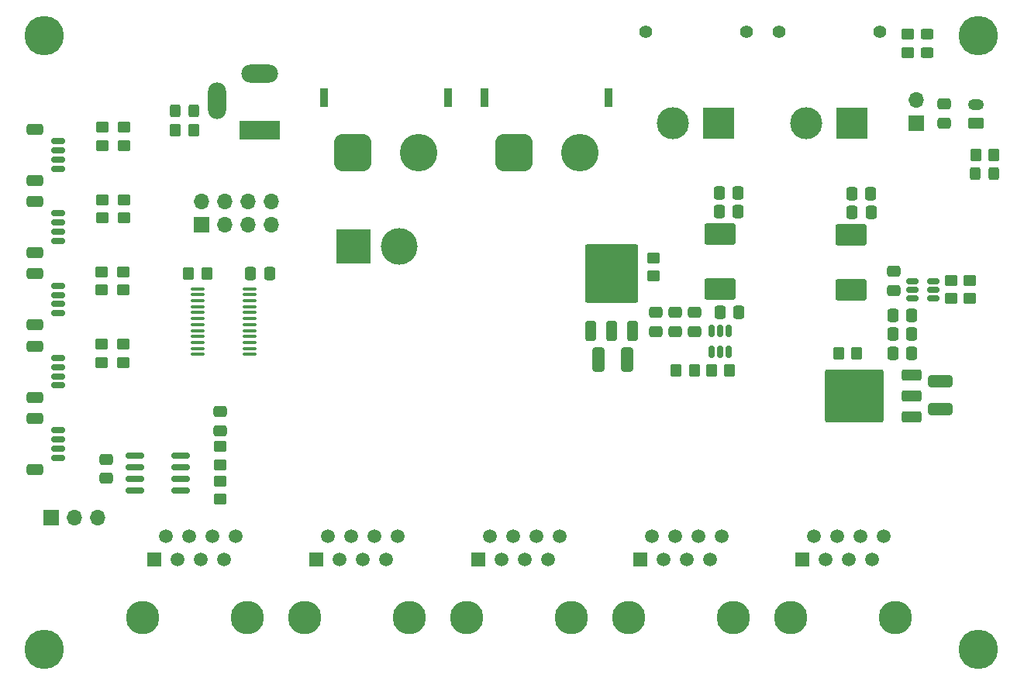
<source format=gts>
%TF.GenerationSoftware,KiCad,Pcbnew,8.0.5*%
%TF.CreationDate,2024-10-13T14:48:05-04:00*%
%TF.ProjectId,mainBoard,6d61696e-426f-4617-9264-2e6b69636164,rev?*%
%TF.SameCoordinates,Original*%
%TF.FileFunction,Soldermask,Top*%
%TF.FilePolarity,Negative*%
%FSLAX46Y46*%
G04 Gerber Fmt 4.6, Leading zero omitted, Abs format (unit mm)*
G04 Created by KiCad (PCBNEW 8.0.5) date 2024-10-13 14:48:05*
%MOMM*%
%LPD*%
G01*
G04 APERTURE LIST*
G04 Aperture macros list*
%AMRoundRect*
0 Rectangle with rounded corners*
0 $1 Rounding radius*
0 $2 $3 $4 $5 $6 $7 $8 $9 X,Y pos of 4 corners*
0 Add a 4 corners polygon primitive as box body*
4,1,4,$2,$3,$4,$5,$6,$7,$8,$9,$2,$3,0*
0 Add four circle primitives for the rounded corners*
1,1,$1+$1,$2,$3*
1,1,$1+$1,$4,$5*
1,1,$1+$1,$6,$7*
1,1,$1+$1,$8,$9*
0 Add four rect primitives between the rounded corners*
20,1,$1+$1,$2,$3,$4,$5,0*
20,1,$1+$1,$4,$5,$6,$7,0*
20,1,$1+$1,$6,$7,$8,$9,0*
20,1,$1+$1,$8,$9,$2,$3,0*%
G04 Aperture macros list end*
%ADD10C,4.300000*%
%ADD11R,4.500000X2.000000*%
%ADD12O,4.000000X2.000000*%
%ADD13O,2.000000X4.000000*%
%ADD14RoundRect,0.250000X0.625000X-0.350000X0.625000X0.350000X-0.625000X0.350000X-0.625000X-0.350000X0*%
%ADD15O,1.750000X1.200000*%
%ADD16R,0.900000X2.000000*%
%ADD17RoundRect,1.025000X-1.025000X-1.025000X1.025000X-1.025000X1.025000X1.025000X-1.025000X1.025000X0*%
%ADD18C,4.100000*%
%ADD19RoundRect,0.150000X0.625000X-0.150000X0.625000X0.150000X-0.625000X0.150000X-0.625000X-0.150000X0*%
%ADD20RoundRect,0.250000X0.650000X-0.350000X0.650000X0.350000X-0.650000X0.350000X-0.650000X-0.350000X0*%
%ADD21RoundRect,0.250000X-0.337500X-0.475000X0.337500X-0.475000X0.337500X0.475000X-0.337500X0.475000X0*%
%ADD22RoundRect,0.250000X0.337500X0.475000X-0.337500X0.475000X-0.337500X-0.475000X0.337500X-0.475000X0*%
%ADD23RoundRect,0.250000X0.475000X-0.337500X0.475000X0.337500X-0.475000X0.337500X-0.475000X-0.337500X0*%
%ADD24C,1.400000*%
%ADD25R,3.500000X3.500000*%
%ADD26C,3.500000*%
%ADD27RoundRect,0.250000X-0.450000X0.350000X-0.450000X-0.350000X0.450000X-0.350000X0.450000X0.350000X0*%
%ADD28RoundRect,0.250000X-0.350000X-0.450000X0.350000X-0.450000X0.350000X0.450000X-0.350000X0.450000X0*%
%ADD29RoundRect,0.250000X0.850000X0.350000X-0.850000X0.350000X-0.850000X-0.350000X0.850000X-0.350000X0*%
%ADD30RoundRect,0.249997X2.950003X2.650003X-2.950003X2.650003X-2.950003X-2.650003X2.950003X-2.650003X0*%
%ADD31RoundRect,0.250000X0.450000X-0.350000X0.450000X0.350000X-0.450000X0.350000X-0.450000X-0.350000X0*%
%ADD32RoundRect,0.250000X0.350000X-0.850000X0.350000X0.850000X-0.350000X0.850000X-0.350000X-0.850000X0*%
%ADD33RoundRect,0.249997X2.650003X-2.950003X2.650003X2.950003X-2.650003X2.950003X-2.650003X-2.950003X0*%
%ADD34C,3.650000*%
%ADD35R,1.500000X1.500000*%
%ADD36C,1.500000*%
%ADD37RoundRect,0.150000X-0.512500X-0.150000X0.512500X-0.150000X0.512500X0.150000X-0.512500X0.150000X0*%
%ADD38R,1.700000X1.700000*%
%ADD39O,1.700000X1.700000*%
%ADD40RoundRect,0.150000X-0.150000X0.512500X-0.150000X-0.512500X0.150000X-0.512500X0.150000X0.512500X0*%
%ADD41RoundRect,0.235000X1.465000X-0.940000X1.465000X0.940000X-1.465000X0.940000X-1.465000X-0.940000X0*%
%ADD42RoundRect,0.250000X0.325000X0.450000X-0.325000X0.450000X-0.325000X-0.450000X0.325000X-0.450000X0*%
%ADD43R,3.800000X3.800000*%
%ADD44C,4.000000*%
%ADD45RoundRect,0.250000X-0.475000X0.337500X-0.475000X-0.337500X0.475000X-0.337500X0.475000X0.337500X0*%
%ADD46RoundRect,0.250000X-1.075000X0.400000X-1.075000X-0.400000X1.075000X-0.400000X1.075000X0.400000X0*%
%ADD47RoundRect,0.250000X0.400000X1.075000X-0.400000X1.075000X-0.400000X-1.075000X0.400000X-1.075000X0*%
%ADD48RoundRect,0.150000X-0.825000X-0.150000X0.825000X-0.150000X0.825000X0.150000X-0.825000X0.150000X0*%
%ADD49RoundRect,0.250000X0.450000X-0.325000X0.450000X0.325000X-0.450000X0.325000X-0.450000X-0.325000X0*%
%ADD50RoundRect,0.250000X0.350000X0.450000X-0.350000X0.450000X-0.350000X-0.450000X0.350000X-0.450000X0*%
%ADD51RoundRect,0.100000X-0.637500X-0.100000X0.637500X-0.100000X0.637500X0.100000X-0.637500X0.100000X0*%
%ADD52RoundRect,0.250000X-0.325000X-0.450000X0.325000X-0.450000X0.325000X0.450000X-0.325000X0.450000X0*%
G04 APERTURE END LIST*
D10*
%TO.C,H4*%
X121500000Y-90800000D03*
%TD*%
D11*
%TO.C,J5*%
X43075000Y-34095000D03*
D12*
X43075000Y-27895000D03*
D13*
X38375000Y-30895000D03*
%TD*%
D14*
%TO.C,J21*%
X121246571Y-33355001D03*
D15*
X121246571Y-31355001D03*
%TD*%
D16*
%TO.C,J2*%
X67645000Y-30575000D03*
X81145000Y-30575000D03*
D17*
X70795000Y-36575000D03*
D18*
X77995000Y-36575000D03*
%TD*%
D19*
%TO.C,J16*%
X21050000Y-38305000D03*
X21050000Y-37305000D03*
X21050000Y-36305000D03*
X21050000Y-35305000D03*
D20*
X18525000Y-39605000D03*
X18525000Y-34005000D03*
%TD*%
D21*
%TO.C,C5*%
X107727500Y-41015000D03*
X109802500Y-41015000D03*
%TD*%
D22*
%TO.C,C3*%
X114289071Y-58490001D03*
X112214071Y-58490001D03*
%TD*%
D21*
%TO.C,C6*%
X107737500Y-43075000D03*
X109812500Y-43075000D03*
%TD*%
D23*
%TO.C,C8*%
X88431094Y-56090930D03*
X88431094Y-54015930D03*
%TD*%
D24*
%TO.C,J4*%
X85195000Y-23375000D03*
X96195000Y-23375000D03*
D25*
X93195000Y-33375000D03*
D26*
X88195000Y-33375000D03*
%TD*%
D27*
%TO.C,R10*%
X86050477Y-48063429D03*
X86050477Y-50063429D03*
%TD*%
D10*
%TO.C,H3*%
X19500000Y-90800000D03*
%TD*%
D28*
%TO.C,R6*%
X92391094Y-60353430D03*
X94391094Y-60353430D03*
%TD*%
D24*
%TO.C,J3*%
X99745000Y-23375000D03*
X110745000Y-23375000D03*
D25*
X107745000Y-33375000D03*
D26*
X102745000Y-33375000D03*
%TD*%
D21*
%TO.C,C12*%
X93252978Y-42975000D03*
X95327978Y-42975000D03*
%TD*%
D29*
%TO.C,Q1*%
X114276572Y-65408430D03*
X114276572Y-63128430D03*
D30*
X107976572Y-63128430D03*
D29*
X114276572Y-60848430D03*
%TD*%
D10*
%TO.C,H1*%
X19500000Y-23800000D03*
%TD*%
D31*
%TO.C,R3*%
X38725000Y-70675000D03*
X38725000Y-68675000D03*
%TD*%
D22*
%TO.C,C2*%
X114289071Y-56400001D03*
X112214071Y-56400001D03*
%TD*%
D32*
%TO.C,Q2*%
X79241095Y-56065001D03*
X81521095Y-56065001D03*
D33*
X81521095Y-49765001D03*
D32*
X83801095Y-56065001D03*
%TD*%
D34*
%TO.C,J11*%
X101030000Y-87345000D03*
X112460000Y-87345000D03*
D35*
X102300000Y-80995000D03*
D36*
X103570000Y-78455000D03*
X104840000Y-80995000D03*
X106110000Y-78455000D03*
X107380000Y-80995000D03*
X108650000Y-78455000D03*
X109920000Y-80995000D03*
X111190000Y-78455000D03*
%TD*%
D37*
%TO.C,U1*%
X114339071Y-50600001D03*
X114339071Y-51550001D03*
X114339071Y-52500001D03*
X116614071Y-52500001D03*
X116614071Y-51550001D03*
X116614071Y-50600001D03*
%TD*%
D23*
%TO.C,C16*%
X38725000Y-66932500D03*
X38725000Y-64857500D03*
%TD*%
D38*
%TO.C,J22*%
X114775000Y-33375000D03*
D39*
X114775000Y-30835000D03*
%TD*%
D34*
%TO.C,J7*%
X30290000Y-87345000D03*
X41720000Y-87345000D03*
D35*
X31560000Y-80995000D03*
D36*
X32830000Y-78455000D03*
X34100000Y-80995000D03*
X35370000Y-78455000D03*
X36640000Y-80995000D03*
X37910000Y-78455000D03*
X39180000Y-80995000D03*
X40450000Y-78455000D03*
%TD*%
D27*
%TO.C,R19*%
X25795000Y-49595000D03*
X25795000Y-51595000D03*
%TD*%
D22*
%TO.C,C1*%
X114289071Y-54310001D03*
X112214071Y-54310001D03*
%TD*%
D27*
%TO.C,R2*%
X120576571Y-50495001D03*
X120576571Y-52495001D03*
%TD*%
%TO.C,R17*%
X25895000Y-41695000D03*
X25895000Y-43695000D03*
%TD*%
D40*
%TO.C,U2*%
X94291094Y-56065930D03*
X93341094Y-56065930D03*
X92391094Y-56065930D03*
X92391094Y-58340930D03*
X93341094Y-58340930D03*
X94291094Y-58340930D03*
%TD*%
D41*
%TO.C,L2*%
X93311094Y-51508430D03*
X93311094Y-45458430D03*
%TD*%
D38*
%TO.C,J23*%
X36725000Y-44475000D03*
D39*
X36725000Y-41935000D03*
X39265000Y-44475000D03*
X39265000Y-41935000D03*
X41805000Y-44475000D03*
X41805000Y-41935000D03*
X44345000Y-44475000D03*
X44345000Y-41935000D03*
%TD*%
D27*
%TO.C,R20*%
X28125000Y-49595000D03*
X28125000Y-51595000D03*
%TD*%
D42*
%TO.C,D2*%
X35841571Y-32025001D03*
X33791571Y-32025001D03*
%TD*%
D43*
%TO.C,J6*%
X53266571Y-46775001D03*
D44*
X58266571Y-46775001D03*
%TD*%
D27*
%TO.C,R16*%
X28225000Y-33795000D03*
X28225000Y-35795000D03*
%TD*%
D23*
%TO.C,C10*%
X86351094Y-56090930D03*
X86351094Y-54015930D03*
%TD*%
D28*
%TO.C,R7*%
X88541094Y-60353430D03*
X90541094Y-60353430D03*
%TD*%
D38*
%TO.C,J12*%
X20296571Y-76475001D03*
D39*
X22836571Y-76475001D03*
X25376571Y-76475001D03*
%TD*%
D27*
%TO.C,R18*%
X28225000Y-41695000D03*
X28225000Y-43695000D03*
%TD*%
D28*
%TO.C,R9*%
X106276572Y-58503430D03*
X108276572Y-58503430D03*
%TD*%
%TO.C,R5*%
X33816571Y-34075001D03*
X35816571Y-34075001D03*
%TD*%
D45*
%TO.C,C4*%
X112266571Y-49527501D03*
X112266571Y-51602501D03*
%TD*%
D46*
%TO.C,R13*%
X117396572Y-61523430D03*
X117396572Y-64623430D03*
%TD*%
D22*
%TO.C,C11*%
X95408594Y-54013430D03*
X93333594Y-54013430D03*
%TD*%
D47*
%TO.C,R14*%
X83151095Y-59135001D03*
X80051095Y-59135001D03*
%TD*%
D19*
%TO.C,J17*%
X21050000Y-46205000D03*
X21050000Y-45205000D03*
X21050000Y-44205000D03*
X21050000Y-43205000D03*
D20*
X18525000Y-47505000D03*
X18525000Y-41905000D03*
%TD*%
D19*
%TO.C,J20*%
X21050000Y-69905000D03*
X21050000Y-68905000D03*
X21050000Y-67905000D03*
X21050000Y-66905000D03*
D20*
X18525000Y-71205000D03*
X18525000Y-65605000D03*
%TD*%
D31*
%TO.C,R8*%
X113840000Y-25605000D03*
X113840000Y-23605000D03*
%TD*%
D21*
%TO.C,C13*%
X93252978Y-40985000D03*
X95327978Y-40985000D03*
%TD*%
D27*
%TO.C,R21*%
X25795000Y-57495000D03*
X25795000Y-59495000D03*
%TD*%
D19*
%TO.C,J18*%
X21050000Y-54105000D03*
X21050000Y-53105000D03*
X21050000Y-52105000D03*
X21050000Y-51105000D03*
D20*
X18525000Y-55405000D03*
X18525000Y-49805000D03*
%TD*%
D27*
%TO.C,R22*%
X28125000Y-57495000D03*
X28125000Y-59495000D03*
%TD*%
D34*
%TO.C,J9*%
X65660000Y-87345000D03*
X77090000Y-87345000D03*
D35*
X66930000Y-80995000D03*
D36*
X68200000Y-78455000D03*
X69470000Y-80995000D03*
X70740000Y-78455000D03*
X72010000Y-80995000D03*
X73280000Y-78455000D03*
X74550000Y-80995000D03*
X75820000Y-78455000D03*
%TD*%
D28*
%TO.C,R4*%
X121245001Y-36853429D03*
X123245001Y-36853429D03*
%TD*%
D41*
%TO.C,L1*%
X107626571Y-51580001D03*
X107626571Y-45530001D03*
%TD*%
D21*
%TO.C,C7*%
X42037500Y-49805000D03*
X44112500Y-49805000D03*
%TD*%
D31*
%TO.C,R24*%
X38725000Y-74425000D03*
X38725000Y-72425000D03*
%TD*%
D10*
%TO.C,H2*%
X121500000Y-23800000D03*
%TD*%
D34*
%TO.C,J10*%
X83345000Y-87345000D03*
X94775000Y-87345000D03*
D35*
X84615000Y-80995000D03*
D36*
X85885000Y-78455000D03*
X87155000Y-80995000D03*
X88425000Y-78455000D03*
X89695000Y-80995000D03*
X90965000Y-78455000D03*
X92235000Y-80995000D03*
X93505000Y-78455000D03*
%TD*%
D48*
%TO.C,IC1*%
X29445000Y-69670000D03*
X29445000Y-70940000D03*
X29445000Y-72210000D03*
X29445000Y-73480000D03*
X34395000Y-73480000D03*
X34395000Y-72210000D03*
X34395000Y-70940000D03*
X34395000Y-69670000D03*
%TD*%
D23*
%TO.C,C9*%
X90541094Y-56090930D03*
X90541094Y-54015930D03*
%TD*%
D31*
%TO.C,R1*%
X118546571Y-52495001D03*
X118546571Y-50495001D03*
%TD*%
D27*
%TO.C,R15*%
X25895000Y-33795000D03*
X25895000Y-35795000D03*
%TD*%
D49*
%TO.C,D3*%
X115931572Y-25663430D03*
X115931572Y-23613430D03*
%TD*%
D34*
%TO.C,J8*%
X47975000Y-87345000D03*
X59405000Y-87345000D03*
D35*
X49245000Y-80995000D03*
D36*
X50515000Y-78455000D03*
X51785000Y-80995000D03*
X53055000Y-78455000D03*
X54325000Y-80995000D03*
X55595000Y-78455000D03*
X56865000Y-80995000D03*
X58135000Y-78455000D03*
%TD*%
D45*
%TO.C,C15*%
X117776571Y-31247501D03*
X117776571Y-33322501D03*
%TD*%
D50*
%TO.C,R23*%
X37295000Y-49805000D03*
X35295000Y-49805000D03*
%TD*%
D19*
%TO.C,J19*%
X21050000Y-62005000D03*
X21050000Y-61005000D03*
X21050000Y-60005000D03*
X21050000Y-59005000D03*
D20*
X18525000Y-63305000D03*
X18525000Y-57705000D03*
%TD*%
D51*
%TO.C,U3*%
X36257500Y-51450000D03*
X36257500Y-52100000D03*
X36257500Y-52750000D03*
X36257500Y-53400000D03*
X36257500Y-54050000D03*
X36257500Y-54700000D03*
X36257500Y-55350000D03*
X36257500Y-56000000D03*
X36257500Y-56650000D03*
X36257500Y-57300000D03*
X36257500Y-57950000D03*
X36257500Y-58600000D03*
X41982500Y-58600000D03*
X41982500Y-57950000D03*
X41982500Y-57300000D03*
X41982500Y-56650000D03*
X41982500Y-56000000D03*
X41982500Y-55350000D03*
X41982500Y-54700000D03*
X41982500Y-54050000D03*
X41982500Y-53400000D03*
X41982500Y-52750000D03*
X41982500Y-52100000D03*
X41982500Y-51450000D03*
%TD*%
D52*
%TO.C,D1*%
X121220001Y-38890001D03*
X123270001Y-38890001D03*
%TD*%
D23*
%TO.C,C14*%
X26315000Y-72162500D03*
X26315000Y-70087500D03*
%TD*%
D16*
%TO.C,J1*%
X50095000Y-30575000D03*
X63595000Y-30575000D03*
D17*
X53245000Y-36575000D03*
D18*
X60445000Y-36575000D03*
%TD*%
M02*

</source>
